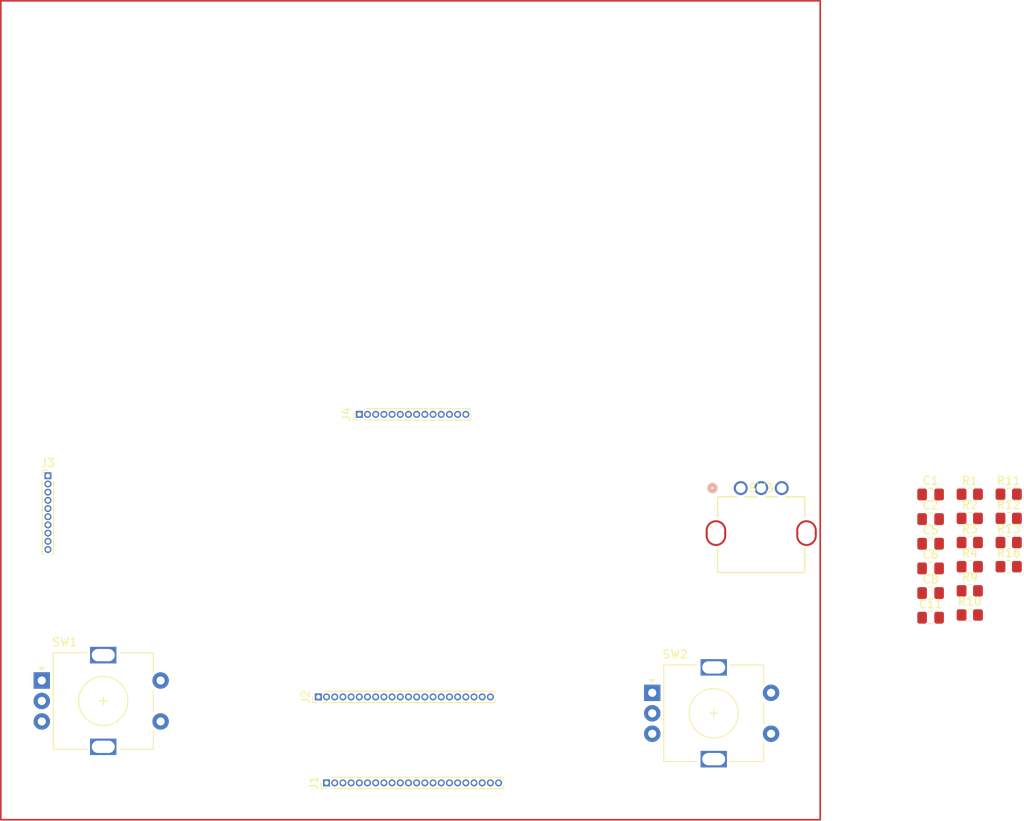
<source format=kicad_pcb>
(kicad_pcb (version 20240108) (generator "pcbnew") (generator_version "8.0")
  (layers (0 "F.Cu" signal) (31 "B.Cu" signal) (34 "B.Paste" user) (35 "F.Paste" user) (36 "B.SilkS" user "B.Silkscreen") (37 "F.SilkS" user "F.Silkscreen") (38 "B.Mask" user) (39 "F.Mask" user) (44 "Edge.Cuts" user))
  (net 0 "")
  (net 1 "3V3")
  (net 2 "GND")
  (net 3 "Net-(C5-Pad1)")
  (net 4 "Net-(C6-Pad1)")
  (net 5 "/GPIO7")
  (net 6 "/GPIO10-SCk")
  (net 7 "/GPIO9-SDO")
  (net 8 "/GPIO11-SDI")
  (net 9 "/GPIO3")
  (net 10 "/GPIO14-CS")
  (net 11 "5V")
  (net 12 "/GPIO5")
  (net 13 "/GPIO17")
  (net 14 "/GPIO6")
  (net 15 "/GPIO46")
  (net 16 "/GPIO12-DC")
  (net 17 "/GPIO18")
  (net 18 "/RST")
  (net 19 "/GPIO16")
  (net 20 "/GPIO15")
  (net 21 "/GPIO13-RESET")
  (net 22 "/GPIO4")
  (net 23 "/GPIO8")
  (net 24 "/TX")
  (net 25 "/GPIO40-chA_Y")
  (net 26 "/GPIO1-SCL")
  (net 27 "/GPIO36")
  (net 28 "/GPIO35")
  (net 29 "/RX")
  (net 30 "/GPIO38_chA_S")
  (net 31 "/GPIO2-SDA")
  (net 32 "/GPIO0")
  (net 33 "/GPIO41-chB_X")
  (net 34 "/GPIO20")
  (net 35 "/GPIO42-chA_X")
  (net 36 "/GPIO48-BSW1")
  (net 37 "/GPIO19")
  (net 38 "/GPIO47-BSW2")
  (net 39 "/GPIO45")
  (net 40 "/GPIO37-chB_S")
  (net 41 "/GPIO39-chB_Y")
  (net 42 "/GPIO21-BSW3")
  (net 43 "/NCS")
  (net 44 "/ECL")
  (net 45 "/EDA")
  (net 46 "/FSYNC")
  (net 47 "/INT")
  (net 48 "/T_CS")
  (net 49 "/T_IRQ")
  (net 50 "/T_CLK")
  (net 51 "/T_DO")
  (net 52 "/T_DIN")
  (net 53 "Net-(R3-Pad1)")
  (net 54 "Net-(R16-Pad2)")
  (footprint "Resistor_SMD:R_0805_2012Metric_Pad1.20x1.40mm_HandSolder" (layer "F.Cu") (at 209.5 90.15)
    (property "Reference" "R3" (at 0 -1.65 0) (layer "F.SilkS"))
    (property "Value" "1K")
    (fp_line (start -0.227064 -0.735) (end 0.227064 -0.735) (stroke (width 0.12)) (layer "F.SilkS"))
    (fp_line (start -0.227064 0.735) (end 0.227064 0.735) (stroke (width 0.12)) (layer "F.SilkS"))
    (pad "1" smd roundrect (at -1 0) (size 1.2 1.4) (layers "F.Cu" "F.Paste" "F.Mask") (roundrect_rratio 0.208333) (net 53 "Net-(R3-Pad1)"))
    (pad "2" smd roundrect (at 1 0) (size 1.2 1.4) (layers "F.Cu" "F.Paste" "F.Mask") (roundrect_rratio 0.208333) (net 36 "/GPIO48-BSW1"))
  )
  (footprint "Resistor_SMD:R_0805_2012Metric_Pad1.20x1.40mm_HandSolder" (layer "F.Cu") (at 214.25 87.2)
    (property "Reference" "R12" (at 0 -1.65 0) (layer "F.SilkS"))
    (property "Value" "10K")
    (fp_line (start -0.227064 -0.735) (end 0.227064 -0.735) (stroke (width 0.12)) (layer "F.SilkS"))
    (fp_line (start -0.227064 0.735) (end 0.227064 0.735) (stroke (width 0.12)) (layer "F.SilkS"))
    (pad "1" smd roundrect (at -1 0) (size 1.2 1.4) (layers "F.Cu" "F.Paste" "F.Mask") (roundrect_rratio 0.208333) (net 1 "3V3"))
    (pad "2" smd roundrect (at 1 0) (size 1.2 1.4) (layers "F.Cu" "F.Paste" "F.Mask") (roundrect_rratio 0.208333) (net 4 "Net-(C6-Pad1)"))
  )
  (footprint "Resistor_SMD:R_0805_2012Metric_Pad1.20x1.40mm_HandSolder" (layer "F.Cu") (at 209.5 99)
    (property "Reference" "R10" (at 0 -1.65 0) (layer "F.SilkS"))
    (property "Value" "10K")
    (fp_line (start -0.227064 -0.735) (end 0.227064 -0.735) (stroke (width 0.12)) (layer "F.SilkS"))
    (fp_line (start -0.227064 0.735) (end 0.227064 0.735) (stroke (width 0.12)) (layer "F.SilkS"))
    (pad "1" smd roundrect (at -1 0) (size 1.2 1.4) (layers "F.Cu" "F.Paste" "F.Mask") (roundrect_rratio 0.208333) (net 1 "3V3"))
    (pad "2" smd roundrect (at 1 0) (size 1.2 1.4) (layers "F.Cu" "F.Paste" "F.Mask") (roundrect_rratio 0.208333) (net 3 "Net-(C5-Pad1)"))
  )
  (footprint "Capacitor_SMD:C_0805_2012Metric_Pad1.18x1.45mm_HandSolder" (layer "F.Cu") (at 204.72 90.3)
    (property "Reference" "C5" (at 0 -1.68 0) (layer "F.SilkS"))
    (property "Value" "22nF")
    (fp_line (start -0.261252 -0.735) (end 0.261252 -0.735) (stroke (width 0.12)) (layer "F.SilkS"))
    (fp_line (start -0.261252 0.735) (end 0.261252 0.735) (stroke (width 0.12)) (layer "F.SilkS"))
    (pad "1" smd roundrect (at -1.0375 0) (size 1.175 1.45) (layers "F.Cu" "F.Paste" "F.Mask") (roundrect_rratio 0.212766) (net 3 "Net-(C5-Pad1)"))
    (pad "2" smd roundrect (at 1.0375 0) (size 1.175 1.45) (layers "F.Cu" "F.Paste" "F.Mask") (roundrect_rratio 0.212766) (net 2 "GND"))
  )
  (footprint "Connector_PinHeader_1.00mm:PinHeader_1x10_P1.00mm_Vertical" (layer "F.Cu") (at 97 82)
    (property "Reference" "J3" (at 0 -1.56 0) (layer "F.SilkS"))
    (property "Value" "Conn_01x10")
    (fp_line (start -0.695 -0.685) (end 0 -0.685) (stroke (width 0.12)) (layer "F.SilkS"))
    (fp_line (start -0.695 0) (end -0.695 -0.685) (stroke (width 0.12)) (layer "F.SilkS"))
    (fp_line (start -0.695 0.685) (end -0.695 9.56) (stroke (width 0.12)) (layer "F.SilkS"))
    (fp_line (start -0.695 0.685) (end -0.608276 0.685) (stroke (width 0.12)) (layer "F.SilkS"))
    (fp_line (start -0.695 9.56) (end -0.394493 9.56) (stroke (width 0.12)) (layer "F.SilkS"))
    (fp_line (start 0.394493 9.56) (end 0.695 9.56) (stroke (width 0.12)) (layer "F.SilkS"))
    (fp_line (start 0.608276 0.685) (end 0.695 0.685) (stroke (width 0.12)) (layer "F.SilkS"))
    (fp_line (start 0.695 0.685) (end 0.695 9.56) (stroke (width 0.12)) (layer "F.SilkS"))
    (pad "1" thru_hole rect (at 0 0) (size 0.85 0.85) (drill 0.5) (layers "*.Cu" "*.Mask") (net 46 "/FSYNC"))
    (pad "2" thru_hole oval (at 0 1) (size 0.85 0.85) (drill 0.5) (layers "*.Cu" "*.Mask") (net 43 "/NCS"))
    (pad "3" thru_hole oval (at 0 2) (size 0.85 0.85) (drill 0.5) (layers "*.Cu" "*.Mask") (net 47 "/INT"))
    (pad "4" thru_hole oval (at 0 3) (size 0.85 0.85) (drill 0.5) (layers "*.Cu" "*.Mask") (net 2 "GND"))
    (pad "5" thru_hole oval (at 0 4) (size 0.85 0.85) (drill 0.5) (layers "*.Cu" "*.Mask") (net 44 "/ECL"))
    (pad "6" thru_hole oval (at 0 5) (size 0.85 0.85) (drill 0.5) (layers "*.Cu" "*.Mask") (net 45 "/EDA"))
    (pad "7" thru_hole oval (at 0 6) (size 0.85 0.85) (drill 0.5) (layers "*.Cu" "*.Mask") (net 31 "/GPIO2-SDA"))
    (pad "8" thru_hole oval (at 0 7) (size 0.85 0.85) (drill 0.5) (layers "*.Cu" "*.Mask") (net 26 "/GPIO1-SCL"))
    (pad "9" thru_hole oval (at 0 8) (size 0.85 0.85) (drill 0.5) (layers "*.Cu" "*.Mask") (net 2 "GND"))
    (pad "10" thru_hole oval (at 0 9) (size 0.85 0.85) (drill 0.5) (layers "*.Cu" "*.Mask") (net 1 "3V3"))
  )
  (footprint "Connector_PinHeader_1.00mm:PinHeader_1x14_P1.00mm_Vertical" (layer "F.Cu") (at 135 74.5 90)
    (property "Reference" "J4" (at 0 -1.56 90) (layer "F.SilkS"))
    (property "Value" "Conn_01x14")
    (fp_line (start -0.695 -0.685) (end 0 -0.685) (stroke (width 0.12)) (layer "F.SilkS"))
    (fp_line (start -0.695 0) (end -0.695 -0.685) (stroke (width 0.12)) (layer "F.SilkS"))
    (fp_line (start 0.695 0.685) (end 0.695 13.56) (stroke (width 0.12)) (layer "F.SilkS"))
    (fp_line (start 0.608276 0.685) (end 0.695 0.685) (stroke (width 0.12)) (layer "F.SilkS"))
    (fp_line (start -0.695 0.685) (end -0.608276 0.685) (stroke (width 0.12)) (layer "F.SilkS"))
    (fp_line (start -0.695 0.685) (end -0.695 13.56) (stroke (width 0.12)) (layer "F.SilkS"))
    (fp_line (start 0.394493 13.56) (end 0.695 13.56) (stroke (width 0.12)) (layer "F.SilkS"))
    (fp_line (start -0.695 13.56) (end -0.394493 13.56) (stroke (width 0.12)) (layer "F.SilkS"))
    (pad "1" thru_hole rect (at 0 0 90) (size 0.85 0.85) (drill 0.5) (layers "*.Cu" "*.Mask") (net 1 "3V3"))
    (pad "2" thru_hole oval (at 0 1 90) (size 0.85 0.85) (drill 0.5) (layers "*.Cu" "*.Mask") (net 2 "GND"))
    (pad "3" thru_hole oval (at 0 2 90) (size 0.85 0.85) (drill 0.5) (layers "*.Cu" "*.Mask") (net 10 "/GPIO14-CS"))
    (pad "4" thru_hole oval (at 0 3 90) (size 0.85 0.85) (drill 0.5) (layers "*.Cu" "*.Mask") (net 21 "/GPIO13-RESET"))
    (pad "5" thru_hole oval (at 0 4 90) (size 0.85 0.85) (drill 0.5) (layers "*.Cu" "*.Mask") (net 16 "/GPIO12-DC"))
    (pad "6" thru_hole oval (at 0 5 90) (size 0.85 0.85) (drill 0.5) (layers "*.Cu" "*.Mask") (net 8 "/GPIO11-SDI"))
    (pad "7" thru_hole oval (at 0 6 90) (size 0.85 0.85) (drill 0.5) (layers "*.Cu" "*.Mask") (net 6 "/GPIO10-SCk"))
    (pad "8" thru_hole oval (at 0 7 90) (size 0.85 0.85) (drill 0.5) (layers "*.Cu" "*.Mask") (net 1 "3V3"))
    (pad "9" thru_hole oval (at 0 8 90) (size 0.85 0.85) (drill 0.5) (layers "*.Cu" "*.Mask") (net 7 "/GPIO9-SDO"))
    (pad "10" thru_hole oval (at 0 9 90) (size 0.85 0.85) (drill 0.5) (layers "*.Cu" "*.Mask") (net 50 "/T_CLK"))
    (pad "11" thru_hole oval (at 0 10 90) (size 0.85 0.85) (drill 0.5) (layers "*.Cu" "*.Mask") (net 48 "/T_CS"))
    (pad "12" thru_hole oval (at 0 11 90) (size 0.85 0.85) (drill 0.5) (layers "*.Cu" "*.Mask") (net 52 "/T_DIN"))
    (pad "13" thru_hole oval (at 0 12 90) (size 0.85 0.85) (drill 0.5) (layers "*.Cu" "*.Mask") (net 51 "/T_DO"))
    (pad "14" thru_hole oval (at 0 13 90) (size 0.85 0.85) (drill 0.5) (layers "*.Cu" "*.Mask") (net 49 "/T_IRQ"))
  )
  (footprint "Resistor_SMD:R_0805_2012Metric_Pad1.20x1.40mm_HandSolder" (layer "F.Cu") (at 209.5 84.25)
    (property "Reference" "R1" (at 0 -1.65 0) (layer "F.SilkS"))
    (property "Value" "1K")
    (fp_line (start -0.227064 -0.735) (end 0.227064 -0.735) (stroke (width 0.12)) (layer "F.SilkS"))
    (fp_line (start -0.227064 0.735) (end 0.227064 0.735) (stroke (width 0.12)) (layer "F.SilkS"))
    (pad "1" smd roundrect (at -1 0) (size 1.2 1.4) (layers "F.Cu" "F.Paste" "F.Mask") (roundrect_rratio 0.208333) (net 1 "3V3"))
    (pad "2" smd roundrect (at 1 0) (size 1.2 1.4) (layers "F.Cu" "F.Paste" "F.Mask") (roundrect_rratio 0.208333) (net 35 "/GPIO42-chA_X"))
  )
  (footprint "Resistor_SMD:R_0805_2012Metric_Pad1.20x1.40mm_HandSolder" (layer "F.Cu") (at 209.5 93.1)
    (property "Reference" "R4" (at 0 -1.65 0) (layer "F.SilkS"))
    (property "Value" "1K")
    (fp_line (start -0.227064 -0.735) (end 0.227064 -0.735) (stroke (width 0.12)) (layer "F.SilkS"))
    (fp_line (start -0.227064 0.735) (end 0.227064 0.735) (stroke (width 0.12)) (layer "F.SilkS"))
    (pad "1" smd roundrect (at -1 0) (size 1.2 1.4) (layers "F.Cu" "F.Paste" "F.Mask") (roundrect_rratio 0.208333) (net 1 "3V3"))
    (pad "2" smd roundrect (at 1 0) (size 1.2 1.4) (layers "F.Cu" "F.Paste" "F.Mask") (roundrect_rratio 0.208333) (net 25 "/GPIO40-chA_Y"))
  )
  (footprint "Resistor_SMD:R_0805_2012Metric_Pad1.20x1.40mm_HandSolder" (layer "F.Cu") (at 214.25 93.1)
    (property "Reference" "R16" (at 0 -1.65 0) (layer "F.SilkS"))
    (property "Value" "1K")
    (fp_line (start -0.227064 -0.735) (end 0.227064 -0.735) (stroke (width 0.12)) (layer "F.SilkS"))
    (fp_line (start -0.227064 0.735) (end 0.227064 0.735) (stroke (width 0.12)) (layer "F.SilkS"))
    (pad "1" smd roundrect (at -1 0) (size 1.2 1.4) (layers "F.Cu" "F.Paste" "F.Mask") (roundrect_rratio 0.208333) (net 38 "/GPIO47-BSW2"))
    (pad "2" smd roundrect (at 1 0) (size 1.2 1.4) (layers "F.Cu" "F.Paste" "F.Mask") (roundrect_rratio 0.208333) (net 54 "Net-(R16-Pad2)"))
  )
  (footprint "Connector_PinHeader_1.00mm:PinHeader_1x22_P1.00mm_Vertical" (layer "F.Cu") (at 131 119.5 90)
    (property "Reference" "J1" (at 0 -1.56 90) (layer "F.SilkS"))
    (property "Value" "Conn_01x22")
    (fp_line (start -0.695 -0.685) (end 0 -0.685) (stroke (width 0.12)) (layer "F.SilkS"))
    (fp_line (start -0.695 0) (end -0.695 -0.685) (stroke (width 0.12)) (layer "F.SilkS"))
    (fp_line (start 0.695 0.685) (end 0.695 21.56) (stroke (width 0.12)) (layer "F.SilkS"))
    (fp_line (start 0.608276 0.685) (end 0.695 0.685) (stroke (width 0.12)) (layer "F.SilkS"))
    (fp_line (start -0.695 0.685) (end -0.608276 0.685) (stroke (width 0.12)) (layer "F.SilkS"))
    (fp_line (start -0.695 0.685) (end -0.695 21.56) (stroke (width 0.12)) (layer "F.SilkS"))
    (fp_line (start 0.394493 21.56) (end 0.695 21.56) (stroke (width 0.12)) (layer "F.SilkS"))
    (fp_line (start -0.695 21.56) (end -0.394493 21.56) (stroke (width 0.12)) (layer "F.SilkS"))
    (pad "1" thru_hole rect (at 0 0 90) (size 0.85 0.85) (drill 0.5) (layers "*.Cu" "*.Mask") (net 1 "3V3"))
    (pad "2" thru_hole oval (at 0 1 90) (size 0.85 0.85) (drill 0.5) (layers "*.Cu" "*.Mask") (net 1 "3V3"))
    (pad "3" thru_hole oval (at 0 2 90) (size 0.85 0.85) (drill 0.5) (layers "*.Cu" "*.Mask") (net 18 "/RST"))
    (pad "4" thru_hole oval (at 0 3 90) (size 0.85 0.85) (drill 0.5) (layers "*.Cu" "*.Mask") (net 22 "/GPIO4"))
    (pad "5" thru_hole oval (at 0 4 90) (size 0.85 0.85) (drill 0.5) (layers "*.Cu" "*.Mask") (net 12 "/GPIO5"))
    (pad "6" thru_hole oval (at 0 5 90) (size 0.85 0.85) (drill 0.5) (layers "*.Cu" "*.Mask") (net 14 "/GPIO6"))
    (pad "7" thru_hole oval (at 0 6 90) (size 0.85 0.85) (drill 0.5) (layers "*.Cu" "*.Mask") (net 5 "/GPIO7"))
    (pad "8" thru_hole oval (at 0 7 90) (size 0.85 0.85) (drill 0.5) (layers "*.Cu" "*.Mask") (net 20 "/GPIO15"))
    (pad "9" thru_hole oval (at 0 8 90) (size 0.85 0.85) (drill 0.5) (layers "*.Cu" "*.Mask") (net 19 "/GPIO16"))
    (pad "10" thru_hole oval (at 0 9 90) (size 0.85 0.85) (drill 0.5) (layers "*.Cu" "*.Mask") (net 13 "/GPIO17"))
    (pad "11" thru_hole oval (at 0 10 90) (size 0.85 0.85) (drill 0.5) (layers "*.Cu" "*.Mask") (net 17 "/GPIO18"))
    (pad "12" thru_hole oval (at 0 11 90) (size 0.85 0.85) (drill 0.5) (layers "*.Cu" "*.Mask") (net 23 "/GPIO8"))
    (pad "13" thru_hole oval (at 0 12 90) (size 0.85 0.85) (drill 0.5) (layers "*.Cu" "*.Mask") (net 9 "/GPIO3"))
    (pad "14" thru_hole oval (at 0 13 90) (size 0.85 0.85) (drill 0.5) (layers "*.Cu" "*.Mask") (net 15 "/GPIO46"))
    (pad "15" thru_hole oval (at 0 14 90) (size 0.85 0.85) (drill 0.5) (layers "*.Cu" "*.Mask") (net 7 "/GPIO9-SDO"))
    (pad "16" thru_hole oval (at 0 15 90) (size 0.85 0.85) (drill 0.5) (layers "*.Cu" "*.Mask") (net 6 "/GPIO10-SCk"))
    (pad "17" thru_hole oval (at 0 16 90) (size 0.85 0.85) (drill 0.5) (layers "*.Cu" "*.Mask") (net 8 "/GPIO11-SDI"))
    (pad "18" thru_hole oval (at 0 17 90) (size 0.85 0.85) (drill 0.5) (layers "*.Cu" "*.Mask") (net 16 "/GPIO12-DC"))
    (pad "19" thru_hole oval (at 0 18 90) (size 0.85 0.85) (drill 0.5) (layers "*.Cu" "*.Mask") (net 21 "/GPIO13-RESET"))
    (pad "20" thru_hole oval (at 0 19 90) (size 0.85 0.85) (drill 0.5) (layers "*.Cu" "*.Mask") (net 10 "/GPIO14-CS"))
    (pad "21" thru_hole oval (at 0 20 90) (size 0.85 0.85) (drill 0.5) (layers "*.Cu" "*.Mask") (net 11 "5V"))
    (pad "22" thru_hole oval (at 0 21 90) (size 0.85 0.85) (drill 0.5) (layers "*.Cu" "*.Mask") (net 2 "GND"))
  )
  (footprint "Capacitor_SMD:C_0805_2012Metric_Pad1.18x1.45mm_HandSolder" (layer "F.Cu") (at 204.72 96.32)
    (property "Reference" "C8" (at 0 -1.68 0) (layer "F.SilkS"))
    (property "Value" "100nF")
    (fp_line (start -0.261252 -0.735) (end 0.261252 -0.735) (stroke (width 0.12)) (layer "F.SilkS"))
    (fp_line (start -0.261252 0.735) (end 0.261252 0.735) (stroke (width 0.12)) (layer "F.SilkS"))
    (pad "1" smd roundrect (at -1.0375 0) (size 1.175 1.45) (layers "F.Cu" "F.Paste" "F.Mask") (roundrect_rratio 0.212766) (net 1 "3V3"))
    (pad "2" smd roundrect (at 1.0375 0) (size 1.175 1.45) (layers "F.Cu" "F.Paste" "F.Mask") (roundrect_rratio 0.212766) (net 2 "GND"))
  )
  (footprint "Resistor_SMD:R_0805_2012Metric_Pad1.20x1.40mm_HandSolder" (layer "F.Cu") (at 214.25 90.15)
    (property "Reference" "R13" (at 0 -1.65 0) (layer "F.SilkS"))
    (property "Value" "1K")
    (fp_line (start -0.227064 -0.735) (end 0.227064 -0.735) (stroke (width 0.12)) (layer "F.SilkS"))
    (fp_line (start -0.227064 0.735) (end 0.227064 0.735) (stroke (width 0.12)) (layer "F.SilkS"))
    (pad "1" smd roundrect (at -1 0) (size 1.2 1.4) (layers "F.Cu" "F.Paste" "F.Mask") (roundrect_rratio 0.208333) (net 1 "3V3"))
    (pad "2" smd roundrect (at 1 0) (size 1.2 1.4) (layers "F.Cu" "F.Paste" "F.Mask") (roundrect_rratio 0.208333) (net 41 "/GPIO39-chB_Y"))
  )
  (footprint "Rotary_Encoder:RotaryEncoder_Alps_EC11E-Switch_Vertical_H20mm" (layer "F.Cu") (at 96.25 107)
    (property "Reference" "SW1" (at 2.8 -4.7 0) (layer "F.SilkS"))
    (property "Value" "RotaryEncoder_Switch")
    (fp_line (start -0.3 -1.6) (end 0.3 -1.6) (stroke (width 0.12)) (layer "F.SilkS"))
    (fp_line (start 0 -1.3) (end -0.3 -1.6) (stroke (width 0.12)) (layer "F.SilkS"))
    (fp_line (start 0.3 -1.6) (end 0 -1.3) (stroke (width 0.12)) (layer "F.SilkS"))
    (fp_line (start 1.4 -3.4) (end 1.4 8.4) (stroke (width 0.12)) (layer "F.SilkS"))
    (fp_line (start 5.5 -3.4) (end 1.4 -3.4) (stroke (width 0.12)) (layer "F.SilkS"))
    (fp_line (start 5.5 8.4) (end 1.4 8.4) (stroke (width 0.12)) (layer "F.SilkS"))
    (fp_line (start 7 2.5) (end 8 2.5) (stroke (width 0.12)) (layer "F.SilkS"))
    (fp_line (start 7.5 2) (end 7.5 3) (stroke (width 0.12)) (layer "F.SilkS"))
    (fp_line (start 9.5 -3.4) (end 13.6 -3.4) (stroke (width 0.12)) (layer "F.SilkS"))
    (fp_line (start 13.6 -3.4) (end 13.6 -1) (stroke (width 0.12)) (layer "F.SilkS"))
    (fp_line (start 13.6 1.2) (end 13.6 3.8) (stroke (width 0.12)) (layer "F.SilkS"))
    (fp_line (start 13.6 6) (end 13.6 8.4) (stroke (width 0.12)) (layer "F.SilkS"))
    (fp_line (start 13.6 8.4) (end 9.5 8.4) (stroke (width 0.12)) (layer "F.SilkS"))
    (fp_circle (center 7.5 2.5) (end 10.5 2.5) (stroke (width 0.12)) (fill none) (layer "F.SilkS"))
    (pad "A" thru_hole rect (at 0 0) (size 2 2) (drill 1) (layers "*.Cu" "*.Mask") (net 35 "/GPIO42-chA_X"))
    (pad "B" thru_hole circle (at 0 5) (size 2 2) (drill 1) (layers "*.Cu" "*.Mask") (net 33 "/GPIO41-chB_X"))
    (pad "C" thru_hole circle (at 0 2.5) (size 2 2) (drill 1) (layers "*.Cu" "*.Mask") (net 2 "GND"))
    (pad "MP" thru_hole rect (at 7.5 -3.1) (size 3.2 2) (drill oval 2.8 1.5) (layers "*.Cu" "*.Mask"))
    (pad "MP" thru_hole rect (at 7.5 8.1) (size 3.2 2) (drill oval 2.8 1.5) (layers "*.Cu" "*.Mask"))
    (pad "S1" thru_hole circle (at 14.5 5) (size 2 2) (drill 1) (layers "*.Cu" "*.Mask") (net 2 "GND"))
    (pad "S2" thru_hole circle (at 14.5 0) (size 2 2) (drill 1) (layers "*.Cu" "*.Mask") (net 53 "Net-(R3-Pad1)"))
  )
  (footprint "Capacitor_SMD:C_0805_2012Metric_Pad1.18x1.45mm_HandSolder" (layer "F.Cu") (at 204.72 87.29)
    (property "Reference" "C2" (at 0 -1.68 0) (layer "F.SilkS"))
    (property "Value" "100nF")
    (fp_line (start -0.261252 -0.735) (end 0.261252 -0.735) (stroke (width 0.12)) (layer "F.SilkS"))
    (fp_line (start -0.261252 0.735) (end 0.261252 0.735) (stroke (width 0.12)) (layer "F.SilkS"))
    (pad "1" smd roundrect (at -1.0375 0) (size 1.175 1.45) (layers "F.Cu" "F.Paste" "F.Mask") (roundrect_rratio 0.212766) (net 1 "3V3"))
    (pad "2" smd roundrect (at 1.0375 0) (size 1.175 1.45) (layers "F.Cu" "F.Paste" "F.Mask") (roundrect_rratio 0.212766) (net 2 "GND"))
  )
  (footprint "Resistor_SMD:R_0805_2012Metric_Pad1.20x1.40mm_HandSolder" (layer "F.Cu") (at 209.5 96.05)
    (property "Reference" "R9" (at 0 -1.65 0) (layer "F.SilkS"))
    (property "Value" "10K")
    (fp_line (start -0.227064 -0.735) (end 0.227064 -0.735) (stroke (width 0.12)) (layer "F.SilkS"))
    (fp_line (start -0.227064 0.735) (end 0.227064 0.735) (stroke (width 0.12)) (layer "F.SilkS"))
    (pad "1" smd roundrect (at -1 0) (size 1.2 1.4) (layers "F.Cu" "F.Paste" "F.Mask") (roundrect_rratio 0.208333) (net 3 "Net-(C5-Pad1)"))
    (pad "2" smd roundrect (at 1 0) (size 1.2 1.4) (layers "F.Cu" "F.Paste" "F.Mask") (roundrect_rratio 0.208333) (net 40 "/GPIO37-chB_S"))
  )
  (footprint "Capacitor_SMD:C_0805_2012Metric_Pad1.18x1.45mm_HandSolder" (layer "F.Cu") (at 204.72 93.31)
    (property "Reference" "C6" (at 0 -1.68 0) (layer "F.SilkS"))
    (property "Value" "22nF")
    (fp_line (start -0.261252 -0.735) (end 0.261252 -0.735) (stroke (width 0.12)) (layer "F.SilkS"))
    (fp_line (start -0.261252 0.735) (end 0.261252 0.735) (stroke (width 0.12)) (layer "F.SilkS"))
    (pad "1" smd roundrect (at -1.0375 0) (size 1.175 1.45) (layers "F.Cu" "F.Paste" "F.Mask") (roundrect_rratio 0.212766) (net 4 "Net-(C6-Pad1)"))
    (pad "2" smd roundrect (at 1.0375 0) (size 1.175 1.45) (layers "F.Cu" "F.Paste" "F.Mask") (roundrect_rratio 0.212766) (net 2 "GND"))
  )
  (footprint "Capacitor_SMD:C_0805_2012Metric_Pad1.18x1.45mm_HandSolder" (layer "F.Cu") (at 204.72 99.33)
    (property "Reference" "C11" (at 0 -1.68 0) (layer "F.SilkS"))
    (property "Value" "100nF")
    (fp_line (start -0.261252 -0.735) (end 0.261252 -0.735) (stroke (width 0.12)) (layer "F.SilkS"))
    (fp_line (start -0.261252 0.735) (end 0.261252 0.735) (stroke (width 0.12)) (layer "F.SilkS"))
    (pad "1" smd roundrect (at -1.0375 0) (size 1.175 1.45) (layers "F.Cu" "F.Paste" "F.Mask") (roundrect_rratio 0.212766) (net 1 "3V3"))
    (pad "2" smd roundrect (at 1.0375 0) (size 1.175 1.45) (layers "F.Cu" "F.Paste" "F.Mask") (roundrect_rratio 0.212766) (net 2 "GND"))
  )
  (footprint "Connector_PinHeader_1.00mm:PinHeader_1x22_P1.00mm_Vertical" (layer "F.Cu") (at 130 109 90)
    (property "Reference" "J2" (at 0 -1.56 90) (layer "F.SilkS"))
    (property "Value" "Conn_01x22")
    (fp_line (start -0.695 -0.685) (end 0 -0.685) (stroke (width 0.12)) (layer "F.SilkS"))
    (fp_line (start -0.695 0) (end -0.695 -0.685) (stroke (width 0.12)) (layer "F.SilkS"))
    (fp_line (start 0.695 0.685) (end 0.695 21.56) (stroke (width 0.12)) (layer "F.SilkS"))
    (fp_line (start 0.608276 0.685) (end 0.695 0.685) (stroke (width 0.12)) (layer "F.SilkS"))
    (fp_line (start -0.695 0.685) (end -0.608276 0.685) (stroke (width 0.12)) (layer "F.SilkS"))
    (fp_line (start -0.695 0.685) (end -0.695 21.56) (stroke (width 0.12)) (layer "F.SilkS"))
    (fp_line (start 0.394493 21.56) (end 0.695 21.56) (stroke (width 0.12)) (layer "F.SilkS"))
    (fp_line (start -0.695 21.56) (end -0.394493 21.56) (stroke (width 0.12)) (layer "F.SilkS"))
    (pad "1" thru_hole rect (at 0 0 90) (size 0.85 0.85) (drill 0.5) (layers "*.Cu" "*.Mask") (net 2 "GND"))
    (pad "2" thru_hole oval (at 0 1 90) (size 0.85 0.85) (drill 0.5) (layers "*.Cu" "*.Mask") (net 2 "GND"))
    (pad "3" thru_hole oval (at 0 2 90) (size 0.85 0.85) (drill 0.5) (layers "*.Cu" "*.Mask") (net 37 "/GPIO19"))
    (pad "4" thru_hole oval (at 0 3 90) (size 0.85 0.85) (drill 0.5) (layers "*.Cu" "*.Mask") (net 34 "/GPIO20"))
    (pad "5" thru_hole oval (at 0 4 90) (size 0.85 0.85) (drill 0.5) (layers "*.Cu" "*.Mask") (net 42 "/GPIO21-BSW3"))
    (pad "6" thru_hole oval (at 0 5 90) (size 0.85 0.85) (drill 0.5) (layers "*.Cu" "*.Mask") (net 38 "/GPIO47-BSW2"))
    (pad "7" thru_hole oval (at 0 6 90) (size 0.85 0.85) (drill 0.5) (layers "*.Cu" "*.Mask") (net 36 "/GPIO48-BSW1"))
    (pad "8" thru_hole oval (at 0 7 90) (size 0.85 0.85) (drill 0.5) (layers "*.Cu" "*.Mask") (net 39 "/GPIO45"))
    (pad "9" thru_hole oval (at 0 8 90) (size 0.85 0.85) (drill 0.5) (layers "*.Cu" "*.Mask") (net 32 "/GPIO0"))
    (pad "10" thru_hole oval (at 0 9 90) (size 0.85 0.85) (drill 0.5) (layers "*.Cu" "*.Mask") (net 28 "/GPIO35"))
    (pad "11" thru_hole oval (at 0 10 90) (size 0.85 0.85) (drill 0.5) (layers "*.Cu" "*.Mask") (net 27 "/GPIO36"))
    (pad "12" thru_hole oval (at 0 11 90) (size 0.85 0.85) (drill 0.5) (layers "*.Cu" "*.Mask") (net 40 "/GPIO37-chB_S"))
    (pad "13" thru_hole oval (at 0 12 90) (size 0.85 0.85) (drill 0.5) (layers "*.Cu" "*.Mask") (net 30 "/GPIO38_chA_S"))
    (pad "14" thru_hole oval (at 0 13 90) (size 0.85 0.85) (drill 0.5) (layers "*.Cu" "*.Mask") (net 41 "/GPIO39-chB_Y"))
    (pad "15" thru_hole oval (at 0 14 90) (size 0.85 0.85) (drill 0.5) (layers "*.Cu" "*.Mask") (net 25 "/GPIO40-chA_Y"))
    (pad "16" thru_hole oval (at 0 15 90) (size 0.85 0.85) (drill 0.5) (layers "*.Cu" "*.Mask") (net 33 "/GPIO41-chB_X"))
    (pad "17" thru_hole oval (at 0 16 90) (size 0.85 0.85) (drill 0.5) (layers "*.Cu" "*.Mask") (net 35 "/GPIO42-chA_X"))
    (pad "18" thru_hole oval (at 0 17 90) (size 0.85 0.85) (drill 0.5) (layers "*.Cu" "*.Mask") (net 31 "/GPIO2-SDA"))
    (pad "19" thru_hole oval (at 0 18 90) (size 0.85 0.85) (drill 0.5) (layers "*.Cu" "*.Mask") (net 26 "/GPIO1-SCL"))
    (pad "20" thru_hole oval (at 0 19 90) (size 0.85 0.85) (drill 0.5) (layers "*.Cu" "*.Mask") (net 29 "/RX"))
    (pad "21" thru_hole oval (at 0 20 90) (size 0.85 0.85) (drill 0.5) (layers "*.Cu" "*.Mask") (net 24 "/TX"))
    (pad "22" thru_hole oval (at 0 21 90) (size 0.85 0.85) (drill 0.5) (layers "*.Cu" "*.Mask") (net 2 "GND"))
  )
  (footprint "Capacitor_SMD:C_0805_2012Metric_Pad1.18x1.45mm_HandSolder" (layer "F.Cu") (at 204.72 84.28)
    (property "Reference" "C1" (at 0 -1.68 0) (layer "F.SilkS"))
    (property "Value" "100nF")
    (fp_line (start -0.261252 -0.735) (end 0.261252 -0.735) (stroke (width 0.12)) (layer "F.SilkS"))
    (fp_line (start -0.261252 0.735) (end 0.261252 0.735) (stroke (width 0.12)) (layer "F.SilkS"))
    (pad "1" smd roundrect (at -1.0375 0) (size 1.175 1.45) (layers "F.Cu" "F.Paste" "F.Mask") (roundrect_rratio 0.212766) (net 1 "3V3"))
    (pad "2" smd roundrect (at 1.0375 0) (size 1.175 1.45) (layers "F.Cu" "F.Paste" "F.Mask") (roundrect_rratio 0.212766) (net 2 "GND"))
  )
  (footprint "Resistor_SMD:R_0805_2012Metric_Pad1.20x1.40mm_HandSolder" (layer "F.Cu") (at 209.5 87.2)
    (property "Reference" "R2" (at 0 -1.65 0) (layer "F.SilkS"))
    (property "Value" "1K")
    (fp_line (start -0.227064 -0.735) (end 0.227064 -0.735) (stroke (width 0.12)) (layer "F.SilkS"))
    (fp_line (start -0.227064 0.735) (end 0.227064 0.735) (stroke (width 0.12)) (layer "F.SilkS"))
    (pad "1" smd roundrect (at -1 0) (size 1.2 1.4) (layers "F.Cu" "F.Paste" "F.Mask") (roundrect_rratio 0.208333) (net 1 "3V3"))
    (pad "2" smd roundrect (at 1 0) (size 1.2 1.4) (layers "F.Cu" "F.Paste" "F.Mask") (roundrect_rratio 0.208333) (net 33 "/GPIO41-chB_X"))
  )
  (footprint "footprints:EN10HT_BIT" (layer "F.Cu") (at 181.55 83.5)
    (property "Reference" "SW3" (at 2.5 0 0) (layer "F.SilkS"))
    (property "Value" "RotaryEncoder")
    (fp_circle (center -3.4563 0) (end -3.0753 0) (stroke (width 0.508)) (fill none) (layer "B.SilkS"))
    (fp_line (start -2.8213 1.073) (end -2.8213 3.605561) (stroke (width 0.1524)) (layer "F.SilkS"))
    (fp_line (start -2.8213 7.394437) (end -2.8213 10.3186) (stroke (width 0.1524)) (layer "F.SilkS"))
    (fp_line (start -2.8213 10.3186) (end 7.8213 10.3186) (stroke (width 0.1524)) (layer "F.SilkS"))
    (fp_line (start -0.499675 1.073) (end -2.8213 1.073) (stroke (width 0.1524)) (layer "F.SilkS"))
    (fp_line (start 2.000325 1.073) (end 0.499675 1.073) (stroke (width 0.1524)) (layer "F.SilkS"))
    (fp_line (start 4.500325 1.073) (end 2.999675 1.073) (stroke (width 0.1524)) (layer "F.SilkS"))
    (fp_line (start 7.8213 1.073) (end 5.499675 1.073) (stroke (width 0.1524)) (layer "F.SilkS"))
    (fp_line (start 7.8213 3.605561) (end 7.8213 1.073) (stroke (width 0.1524)) (layer "F.SilkS"))
    (fp_line (start 7.8213 10.3186) (end 7.8213 7.394437) (stroke (width 0.1524)) (layer "F.SilkS"))
    (fp_circle (center -3.4563 0) (end -3.0753 0) (stroke (width 0.508)) (fill none) (layer "F.SilkS"))
    (fp_line (start -3.025 5.817499) (end -3.025 5.182499) (stroke (width 2.0066)) (layer "Edge.Cuts"))
    (fp_line (start 8.025 5.817499) (end 8.025 5.182499) (stroke (width 2.0066)) (layer "Edge.Cuts"))
    (pad "" np_thru_hole circle (at -3.025 5.182499) (size 2.0066 2.0066) (drill 2.0066) (layers "*.Cu" "*.Mask"))
    (pad "" np_thru_hole circle (at -3.025 5.817499) (size 2.0066 2.0066) (drill 2.0066) (layers "*.Cu" "*.Mask"))
    (pad "" np_thru_hole circle (at 8.025 5.182499) (size 2.0066 2.0066) (drill 2.0066) (layers "*.Cu" "*.Mask"))
    (pad "" np_thru_hole circle (at 8.025 5.817499) (size 2.0066 2.0066) (drill 2.0066) (layers "*.Cu" "*.Mask"))
    (pad "1" thru_hole circle (at 0 0) (size 1.7018 1.7018) (drill 1.1938) (layers "*.Cu" "*.Mask") (net 2 "GND"))
    (pad "2" thru_hole circle (at 2.5 0) (size 1.7018 1.7018) (drill 1.1938) (layers "*.Cu" "*.Mask") (net 4 "Net-(C6-Pad1)"))
    (pad "3" thru_hole circle (at 5 0) (size 1.7018 1.7018) (drill 1.1938) (layers "*.Cu" "*.Mask") (net 3 "Net-(C5-Pad1)"))
    (pad "4" smd oval (at -3.025 5.499999) (size 2.5146 3.1496) (layers "F.Cu" "F.Paste" "F.Mask"))
    (pad "5" smd oval (at 8.025 5.499999) (size 2.5146 3.1496) (layers "F.Cu" "F.Paste" "F.Mask"))
  )
  (footprint "Rotary_Encoder:RotaryEncoder_Alps_EC11E-Switch_Vertical_H20mm" (layer "F.Cu") (at 170.75 108.5)
    (property "Reference" "SW2" (at 2.8 -4.7 0) (layer "F.SilkS"))
    (property "Value" "RotaryEncoder_Switch")
    (fp_line (start -0.3 -1.6) (end 0.3 -1.6) (stroke (width 0.12)) (layer "F.SilkS"))
    (fp_line (start 0 -1.3) (end -0.3 -1.6) (stroke (width 0.12)) (layer "F.SilkS"))
    (fp_line (start 0.3 -1.6) (end 0 -1.3) (stroke (width 0.12)) (layer "F.SilkS"))
    (fp_line (start 1.4 -3.4) (end 1.4 8.4) (stroke (width 0.12)) (layer "F.SilkS"))
    (fp_line (start 5.5 -3.4) (end 1.4 -3.4) (stroke (width 0.12)) (layer "F.SilkS"))
    (fp_line (start 5.5 8.4) (end 1.4 8.4) (stroke (width 0.12)) (layer "F.SilkS"))
    (fp_line (start 7 2.5) (end 8 2.5) (stroke (width 0.12)) (layer "F.SilkS"))
    (fp_line (start 7.5 2) (end 7.5 3) (stroke (width 0.12)) (layer "F.SilkS"))
    (fp_line (start 9.5 -3.4) (end 13.6 -3.4) (stroke (width 0.12)) (layer "F.SilkS"))
    (fp_line (start 13.6 -3.4) (end 13.6 -1) (stroke (width 0.12)) (layer "F.SilkS"))
    (fp_line (start 13.6 1.2) (end 13.6 3.8) (stroke (width 0.12)) (layer "F.SilkS"))
    (fp_line (start 13.6 6) (end 13.6 8.4) (stroke (width 0.12)) (layer "F.SilkS"))
    (fp_line (start 13.6 8.4) (end 9.5 8.4) (stroke (width 0.12)) (layer "F.SilkS"))
    (fp_circle (center 7.5 2.5) (end 10.5 2.5) (stroke (width 0.12)) (fill none) (layer "F.SilkS"))
    (pad "A" thru_hole rect (at 0 0) (size 2 2) (drill 1) (layers "*.Cu" "*.Mask") (net 25 "/GPIO40-chA_Y"))
    (pad "B" thru_hole circle (at 0 5) (size 2 2) (drill 1) (layers "*.Cu" "*.Mask") (net 41 "/GPIO39-chB_Y"))
    (pad "C" thru_hole circle (at 0 2.5) (size 2 2) (drill 1) (layers "*.Cu" "*.Mask") (net 2 "GND"))
    (pad "MP" thru_hole rect (at 7.5 -3.1) (size 3.2 2) (drill oval 2.8 1.5) (layers "*.Cu" "*.Mask"))
    (pad "MP" thru_hole rect (at 7.5 8.1) (size 3.2 2) (drill oval 2.8 1.5) (layers "*.Cu" "*.Mask"))
    (pad "S1" thru_hole circle (at 14.5 5) (size 2 2) (drill 1) (layers "*.Cu" "*.Mask") (net 2 "GND"))
    (pad "S2" thru_hole circle (at 14.5 0) (size 2 2) (drill 1) (layers "*.Cu" "*.Mask") (net 54 "Net-(R16-Pad2)"))
  )
  (footprint "Resistor_SMD:R_0805_2012Metric_Pad1.20x1.40mm_HandSolder" (layer "F.Cu") (at 214.25 84.25)
    (property "Reference" "R11" (at 0 -1.65 0) (layer "F.SilkS"))
    (property "Value" "10K")
    (fp_line (start -0.227064 -0.735) (end 0.227064 -0.735) (stroke (width 0.12)) (layer "F.SilkS"))
    (fp_line (start -0.227064 0.735) (end 0.227064 0.735) (stroke (width 0.12)) (layer "F.SilkS"))
    (pad "1" smd roundrect (at -1 0) (size 1.2 1.4) (layers "F.Cu" "F.Paste" "F.Mask") (roundrect_rratio 0.208333) (net 30 "/GPIO38_chA_S"))
    (pad "2" smd roundrect (at 1 0) (size 1.2 1.4) (layers "F.Cu" "F.Paste" "F.Mask") (roundrect_rratio 0.208333) (net 4 "Net-(C6-Pad1)"))
  )
  (gr_rect (start 91.25 24) (end 191.25 124) (stroke (width 0.2)) (fill none) (layer "F.Cu"))
)
</source>
